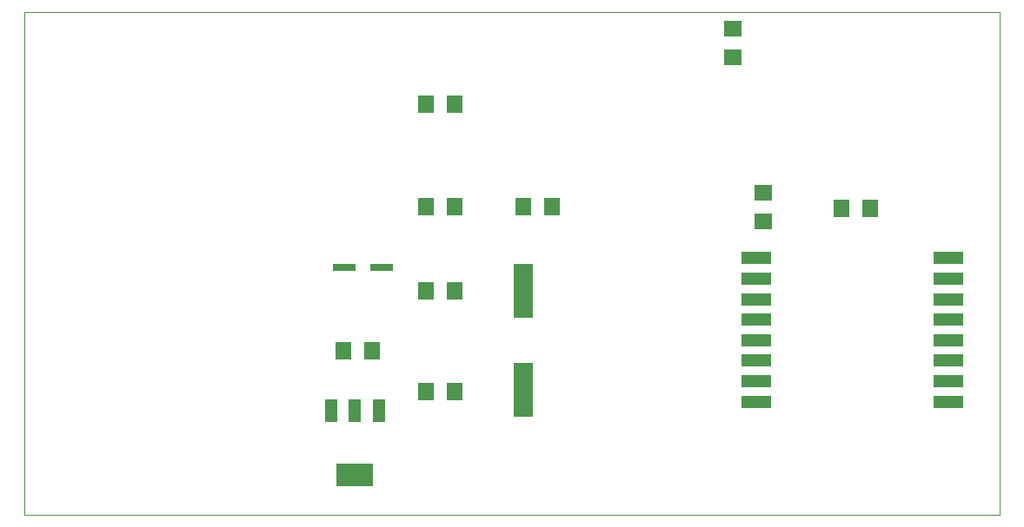
<source format=gtp>
G75*
%MOIN*%
%OFA0B0*%
%FSLAX24Y24*%
%IPPOS*%
%LPD*%
%AMOC8*
5,1,8,0,0,1.08239X$1,22.5*
%
%ADD10C,0.0000*%
%ADD11R,0.1181X0.0472*%
%ADD12R,0.0480X0.0880*%
%ADD13R,0.1417X0.0866*%
%ADD14R,0.0630X0.0709*%
%ADD15R,0.0760X0.2100*%
%ADD16R,0.0866X0.0256*%
%ADD17R,0.0709X0.0630*%
D10*
X000100Y000100D02*
X000100Y019391D01*
X037502Y019391D01*
X037502Y000100D01*
X000100Y000100D01*
D11*
X028170Y004430D03*
X028170Y005217D03*
X028170Y006005D03*
X028170Y006792D03*
X028170Y007579D03*
X028170Y008367D03*
X028170Y009154D03*
X028170Y009942D03*
X035532Y009942D03*
X035532Y009154D03*
X035532Y008367D03*
X035532Y007579D03*
X035532Y006792D03*
X035532Y006005D03*
X035532Y005217D03*
X035532Y004430D03*
D12*
X013687Y004068D03*
X012777Y004068D03*
X011867Y004068D03*
D13*
X012777Y001628D03*
D14*
X015497Y004811D03*
X016600Y004811D03*
X013437Y006380D03*
X012335Y006380D03*
X015490Y008677D03*
X016592Y008677D03*
X016603Y011919D03*
X015500Y011919D03*
X019234Y011911D03*
X020336Y011911D03*
X016594Y015838D03*
X015492Y015838D03*
X031439Y011837D03*
X032541Y011837D03*
D15*
X019235Y008682D03*
X019235Y004882D03*
D16*
X013810Y009596D03*
X012353Y009596D03*
D17*
X027265Y017659D03*
X027265Y018761D03*
X028446Y012462D03*
X028446Y011360D03*
M02*

</source>
